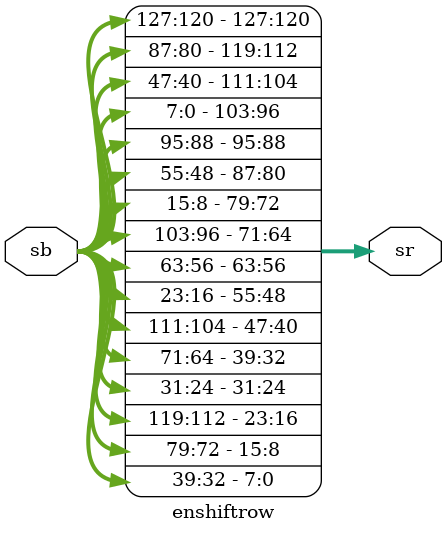
<source format=v>
`timescale 1ns / 1ps

module enshiftrow(
    input [127:0] sb,
    output [127:0] sr
);



assign         sr[127:120] = sb[127:120];  
assign         sr[119:112] = sb[87:80];
assign         sr[111:104] = sb[47:40];
assign         sr[103:96] = sb[7:0];
   
assign          sr[95:88] = sb[95:88];
assign          sr[87:80] = sb[55:48];
assign          sr[79:72] = sb[15:8];
assign          sr[71:64] = sb[103:96];
   
assign          sr[63:56] = sb[63:56];
assign          sr[55:48] = sb[23:16];
assign          sr[47:40] = sb[111:104];
assign          sr[39:32] = sb[71:64];
   
assign          sr[31:24] = sb[31:24];
assign          sr[23:16] = sb[119:112];
assign          sr[15:8] = sb[79:72];
assign          sr[7:0] = sb[39:32]; 


endmodule
</source>
